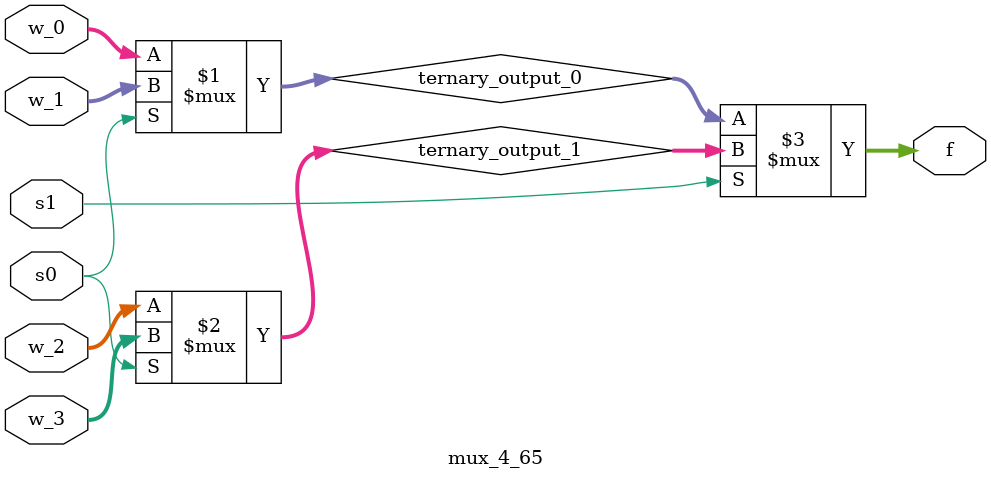
<source format=v>
module mux_4_65(w_0, w_1, w_2,w_3, f, s0, s1);
//Building 4x1 mux

input [64:0] w_0, w_1, w_2, w_3;
input s0,s1;
output [64:0] f;
 wire [64:0] ternary_output_0, ternary_output_1;
 
assign ternary_output_0 = s0 ? w_1 : w_0;
assign ternary_output_1 = s0 ? w_3 : w_2;
assign f = s1 ? ternary_output_1  : ternary_output_0;

endmodule
</source>
